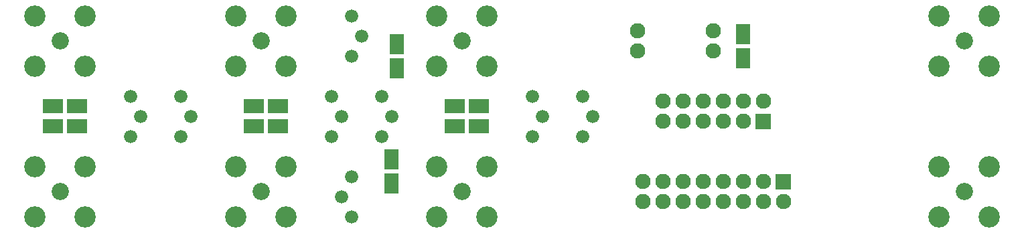
<source format=gbr>
G04 start of page 7 for group -4062 idx -4062 *
G04 Title: (unknown), soldermask *
G04 Creator: pcb 20140316 *
G04 CreationDate: Tue 28 Aug 2018 05:55:18 PM GMT UTC *
G04 For: thomasc *
G04 Format: Gerber/RS-274X *
G04 PCB-Dimensions (mil): 5000.00 1250.00 *
G04 PCB-Coordinate-Origin: lower left *
%MOIN*%
%FSLAX25Y25*%
%LNBOTTOMMASK*%
%ADD56R,0.0700X0.0700*%
%ADD55C,0.0001*%
%ADD54C,0.0760*%
%ADD53C,0.1060*%
%ADD52C,0.0860*%
%ADD51C,0.0660*%
G54D51*X260000Y72500D03*
Y52500D03*
X265000Y62500D03*
X285000Y72500D03*
Y52500D03*
X290000Y62500D03*
G54D52*X225000Y100000D03*
G54D53*X237500Y112500D03*
Y87500D03*
G54D52*X225000Y25000D03*
G54D53*X237500Y37500D03*
Y12500D03*
G54D54*X385000Y20000D03*
G54D55*G36*
X381200Y33800D02*Y26200D01*
X388800D01*
Y33800D01*
X381200D01*
G37*
G54D54*X375000Y20000D03*
Y30000D03*
X365000Y20000D03*
Y30000D03*
X355000Y20000D03*
Y30000D03*
X345000Y20000D03*
X375000Y70000D03*
X365000D03*
Y60000D03*
G54D55*G36*
X371200Y63800D02*Y56200D01*
X378800D01*
Y63800D01*
X371200D01*
G37*
G54D54*X355000Y60000D03*
X345000D03*
Y30000D03*
X350000Y95000D03*
Y105000D03*
X355000Y70000D03*
X345000D03*
X335000Y20000D03*
X325000D03*
X315000D03*
X335000Y30000D03*
X325000D03*
X315000D03*
X312500Y95000D03*
Y105000D03*
X335000Y70000D03*
X325000D03*
Y60000D03*
X335000D03*
G54D52*X475000Y100000D03*
G54D53*X462500Y112500D03*
X487500D03*
Y87500D03*
X462500D03*
G54D52*X475000Y25000D03*
G54D53*X462500Y37500D03*
Y12500D03*
X487500Y37500D03*
Y12500D03*
G54D51*X60000Y72500D03*
Y52500D03*
X65000Y62500D03*
X85000Y72500D03*
Y52500D03*
X90000Y62500D03*
G54D52*X25000Y100000D03*
Y25000D03*
G54D53*X12500Y112500D03*
X37500D03*
Y87500D03*
Y37500D03*
Y12500D03*
X12500Y87500D03*
Y37500D03*
Y12500D03*
G54D51*X160000Y72500D03*
Y52500D03*
X165000Y62500D03*
X185000Y72500D03*
Y52500D03*
X190000Y62500D03*
X170000Y112500D03*
Y92500D03*
G54D53*X212500Y112500D03*
Y87500D03*
G54D51*X175000Y102500D03*
G54D52*X125000Y100000D03*
G54D53*X112500Y112500D03*
X137500D03*
Y87500D03*
X112500D03*
G54D51*X170000Y12500D03*
Y32500D03*
X165000Y22500D03*
G54D53*X212500Y12500D03*
G54D52*X125000Y25000D03*
G54D53*X137500Y12500D03*
X112500D03*
Y37500D03*
X137500D03*
X212500D03*
G54D56*X120000Y57500D02*X123000D01*
X132000D02*X135000D01*
X120000Y67500D02*X123000D01*
X132000D02*X135000D01*
X20000Y57500D02*X23000D01*
X32000D02*X35000D01*
X20000Y67500D02*X23000D01*
X32000D02*X35000D01*
X220000Y57500D02*X223000D01*
X190000Y42500D02*Y39500D01*
Y30500D02*Y27500D01*
X232000Y57500D02*X235000D01*
X220000Y67500D02*X223000D01*
X192500Y100000D02*Y97000D01*
Y88000D02*Y85000D01*
X232000Y67500D02*X235000D01*
X365000Y105000D02*Y102000D01*
Y93000D02*Y90000D01*
M02*

</source>
